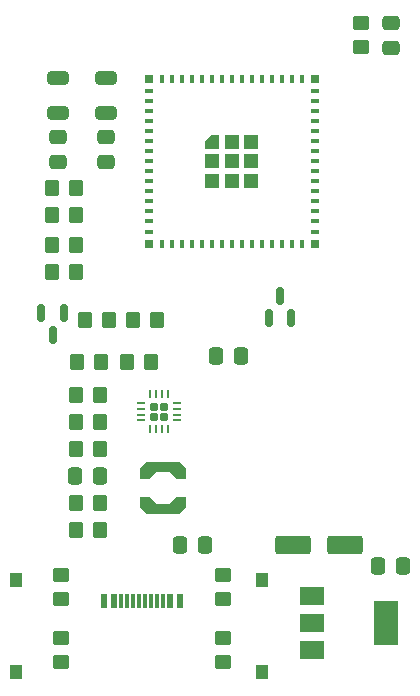
<source format=gbr>
%TF.GenerationSoftware,KiCad,Pcbnew,7.0.1*%
%TF.CreationDate,2023-07-15T13:48:21+02:00*%
%TF.ProjectId,SunSparkESP32,53756e53-7061-4726-9b45-535033322e6b,2.0*%
%TF.SameCoordinates,Original*%
%TF.FileFunction,Paste,Top*%
%TF.FilePolarity,Positive*%
%FSLAX46Y46*%
G04 Gerber Fmt 4.6, Leading zero omitted, Abs format (unit mm)*
G04 Created by KiCad (PCBNEW 7.0.1) date 2023-07-15 13:48:21*
%MOMM*%
%LPD*%
G01*
G04 APERTURE LIST*
G04 Aperture macros list*
%AMRoundRect*
0 Rectangle with rounded corners*
0 $1 Rounding radius*
0 $2 $3 $4 $5 $6 $7 $8 $9 X,Y pos of 4 corners*
0 Add a 4 corners polygon primitive as box body*
4,1,4,$2,$3,$4,$5,$6,$7,$8,$9,$2,$3,0*
0 Add four circle primitives for the rounded corners*
1,1,$1+$1,$2,$3*
1,1,$1+$1,$4,$5*
1,1,$1+$1,$6,$7*
1,1,$1+$1,$8,$9*
0 Add four rect primitives between the rounded corners*
20,1,$1+$1,$2,$3,$4,$5,0*
20,1,$1+$1,$4,$5,$6,$7,0*
20,1,$1+$1,$6,$7,$8,$9,0*
20,1,$1+$1,$8,$9,$2,$3,0*%
%AMFreePoly0*
4,1,11,1.015000,1.170000,0.435000,0.575000,0.435000,-0.575000,1.015000,-1.170000,1.015000,-1.945000,0.125000,-1.945000,-0.435000,-1.395000,-0.435000,1.395000,0.125000,1.945000,1.015000,1.945000,1.015000,1.170000,1.015000,1.170000,$1*%
%AMFreePoly1*
4,1,11,0.435000,1.395000,0.435000,-1.395000,-0.125000,-1.945000,-1.015000,-1.945000,-1.015000,-1.170000,-0.435000,-0.575000,-0.435000,0.575000,-1.015000,1.170000,-1.015000,1.945000,-0.125000,1.945000,0.435000,1.395000,0.435000,1.395000,$1*%
%AMFreePoly2*
4,1,6,0.600000,-0.600000,-0.600000,-0.600000,-0.600000,0.000000,0.000000,0.600000,0.600000,0.600000,0.600000,-0.600000,0.600000,-0.600000,$1*%
G04 Aperture macros list end*
%ADD10RoundRect,0.250000X-0.337500X-0.475000X0.337500X-0.475000X0.337500X0.475000X-0.337500X0.475000X0*%
%ADD11FreePoly0,90.000000*%
%ADD12FreePoly1,90.000000*%
%ADD13RoundRect,0.172500X-0.172500X-0.172500X0.172500X-0.172500X0.172500X0.172500X-0.172500X0.172500X0*%
%ADD14RoundRect,0.062500X-0.312500X-0.062500X0.312500X-0.062500X0.312500X0.062500X-0.312500X0.062500X0*%
%ADD15RoundRect,0.062500X-0.062500X-0.312500X0.062500X-0.312500X0.062500X0.312500X-0.062500X0.312500X0*%
%ADD16RoundRect,0.250000X0.350000X0.450000X-0.350000X0.450000X-0.350000X-0.450000X0.350000X-0.450000X0*%
%ADD17RoundRect,0.250000X0.337500X0.475000X-0.337500X0.475000X-0.337500X-0.475000X0.337500X-0.475000X0*%
%ADD18RoundRect,0.250000X0.450000X-0.350000X0.450000X0.350000X-0.450000X0.350000X-0.450000X-0.350000X0*%
%ADD19RoundRect,0.250000X-0.350000X-0.450000X0.350000X-0.450000X0.350000X0.450000X-0.350000X0.450000X0*%
%ADD20RoundRect,0.250000X1.250000X0.550000X-1.250000X0.550000X-1.250000X-0.550000X1.250000X-0.550000X0*%
%ADD21RoundRect,0.250000X-0.475000X0.337500X-0.475000X-0.337500X0.475000X-0.337500X0.475000X0.337500X0*%
%ADD22R,0.800000X0.400000*%
%ADD23R,0.400000X0.800000*%
%ADD24FreePoly2,0.000000*%
%ADD25R,1.200000X1.200000*%
%ADD26R,0.800000X0.800000*%
%ADD27R,1.000000X1.250000*%
%ADD28R,0.600000X1.150000*%
%ADD29R,0.300000X1.150000*%
%ADD30RoundRect,0.150000X0.150000X-0.587500X0.150000X0.587500X-0.150000X0.587500X-0.150000X-0.587500X0*%
%ADD31RoundRect,0.250000X0.650000X-0.325000X0.650000X0.325000X-0.650000X0.325000X-0.650000X-0.325000X0*%
%ADD32RoundRect,0.150000X-0.150000X0.587500X-0.150000X-0.587500X0.150000X-0.587500X0.150000X0.587500X0*%
%ADD33R,2.000000X1.500000*%
%ADD34R,2.000000X3.800000*%
%ADD35RoundRect,0.250000X0.475000X-0.337500X0.475000X0.337500X-0.475000X0.337500X-0.475000X-0.337500X0*%
G04 APERTURE END LIST*
D10*
%TO.C,C5*%
X69299000Y-85598000D03*
X71374000Y-85598000D03*
%TD*%
D11*
%TO.C,L1*%
X67818000Y-82524000D03*
D12*
X67818000Y-78994000D03*
%TD*%
D13*
%TO.C,U1*%
X67056000Y-73852000D03*
X67056000Y-74702000D03*
X67906000Y-73852000D03*
X67906000Y-74702000D03*
D14*
X65981000Y-73527000D03*
X65981000Y-74027000D03*
X65981000Y-74527000D03*
X65981000Y-75027000D03*
D15*
X66731000Y-75777000D03*
X67231000Y-75777000D03*
X67731000Y-75777000D03*
X68231000Y-75777000D03*
D14*
X68981000Y-75027000D03*
X68981000Y-74527000D03*
X68981000Y-74027000D03*
X68981000Y-73527000D03*
D15*
X68231000Y-72777000D03*
X67731000Y-72777000D03*
X67231000Y-72777000D03*
X66731000Y-72777000D03*
%TD*%
D16*
%TO.C,R18*%
X60420000Y-60198000D03*
X58420000Y-60198000D03*
%TD*%
D17*
%TO.C,C4*%
X88138000Y-87376000D03*
X86063000Y-87376000D03*
%TD*%
D18*
%TO.C,R6*%
X59182000Y-90138000D03*
X59182000Y-88138000D03*
%TD*%
D19*
%TO.C,R12*%
X60484000Y-72898000D03*
X62484000Y-72898000D03*
%TD*%
D20*
%TO.C,C6*%
X83226000Y-85598000D03*
X78826000Y-85598000D03*
%TD*%
D19*
%TO.C,R9*%
X64802000Y-70104000D03*
X66802000Y-70104000D03*
%TD*%
D21*
%TO.C,C8*%
X58928000Y-51054000D03*
X58928000Y-53129000D03*
%TD*%
D19*
%TO.C,R8*%
X60548000Y-70104000D03*
X62548000Y-70104000D03*
%TD*%
D22*
%TO.C,U3*%
X66660000Y-47136000D03*
X66660000Y-47986000D03*
X66660000Y-48836000D03*
X66660000Y-49686000D03*
X66660000Y-50536000D03*
X66660000Y-51386000D03*
X66660000Y-52236000D03*
X66660000Y-53086000D03*
X66660000Y-53936000D03*
X66660000Y-54786000D03*
X66660000Y-55636000D03*
X66660000Y-56486000D03*
X66660000Y-57336000D03*
X66660000Y-58186000D03*
X66660000Y-59036000D03*
D23*
X67710000Y-60086000D03*
X68560000Y-60086000D03*
X69410000Y-60086000D03*
X70260000Y-60086000D03*
X71110000Y-60086000D03*
X71960000Y-60086000D03*
X72810000Y-60086000D03*
X73660000Y-60086000D03*
X74510000Y-60086000D03*
X75360000Y-60086000D03*
X76210000Y-60086000D03*
X77060000Y-60086000D03*
X77910000Y-60086000D03*
X78760000Y-60086000D03*
X79610000Y-60086000D03*
D22*
X80660000Y-59036000D03*
X80660000Y-58186000D03*
X80660000Y-57336000D03*
X80660000Y-56486000D03*
X80660000Y-55636000D03*
X80660000Y-54786000D03*
X80660000Y-53936000D03*
X80660000Y-53086000D03*
X80660000Y-52236000D03*
X80660000Y-51386000D03*
X80660000Y-50536000D03*
X80660000Y-49686000D03*
X80660000Y-48836000D03*
X80660000Y-47986000D03*
X80660000Y-47136000D03*
D23*
X79610000Y-46086000D03*
X78760000Y-46086000D03*
X77910000Y-46086000D03*
X77060000Y-46086000D03*
X76210000Y-46086000D03*
X75360000Y-46086000D03*
X74510000Y-46086000D03*
X73660000Y-46086000D03*
X72810000Y-46086000D03*
X71960000Y-46086000D03*
X71110000Y-46086000D03*
X70260000Y-46086000D03*
X69410000Y-46086000D03*
X68560000Y-46086000D03*
X67710000Y-46086000D03*
D24*
X72010000Y-51436000D03*
D25*
X72010000Y-53086000D03*
X72010000Y-54736000D03*
X73660000Y-51436000D03*
X73660000Y-53086000D03*
X73660000Y-54736000D03*
X75310000Y-51436000D03*
X75310000Y-53086000D03*
X75310000Y-54736000D03*
D26*
X66660000Y-46086000D03*
X66660000Y-60086000D03*
X80660000Y-60086000D03*
X80660000Y-46086000D03*
%TD*%
D27*
%TO.C,SW2*%
X55372000Y-96331000D03*
X55372000Y-88581000D03*
%TD*%
D18*
%TO.C,R15*%
X84582000Y-43402000D03*
X84582000Y-41402000D03*
%TD*%
D28*
%TO.C,J2*%
X62840000Y-90300000D03*
X63640000Y-90300000D03*
D29*
X64790000Y-90300000D03*
X65790000Y-90300000D03*
X66290000Y-90300000D03*
X67290000Y-90300000D03*
D28*
X68440000Y-90300000D03*
X69240000Y-90300000D03*
X69240000Y-90300000D03*
X68440000Y-90300000D03*
D29*
X67790000Y-90300000D03*
X66790000Y-90300000D03*
X65290000Y-90300000D03*
X64290000Y-90300000D03*
D28*
X63640000Y-90300000D03*
X62840000Y-90300000D03*
%TD*%
D19*
%TO.C,R19*%
X58420000Y-62484000D03*
X60420000Y-62484000D03*
%TD*%
D27*
%TO.C,SW1*%
X76200000Y-96331000D03*
X76200000Y-88581000D03*
%TD*%
D18*
%TO.C,R5*%
X59182000Y-95472000D03*
X59182000Y-93472000D03*
%TD*%
%TO.C,R4*%
X72898000Y-95472000D03*
X72898000Y-93472000D03*
%TD*%
D30*
%TO.C,Q1*%
X76774000Y-66391000D03*
X78674000Y-66391000D03*
X77724000Y-64516000D03*
%TD*%
D31*
%TO.C,C9*%
X62992000Y-49022000D03*
X62992000Y-46072000D03*
%TD*%
D16*
%TO.C,R1*%
X62452000Y-84328000D03*
X60452000Y-84328000D03*
%TD*%
D10*
%TO.C,C2*%
X72347000Y-69596000D03*
X74422000Y-69596000D03*
%TD*%
D17*
%TO.C,C1*%
X62484000Y-79756000D03*
X60409000Y-79756000D03*
%TD*%
D19*
%TO.C,R11*%
X65310000Y-66548000D03*
X67310000Y-66548000D03*
%TD*%
%TO.C,R10*%
X61246000Y-66548000D03*
X63246000Y-66548000D03*
%TD*%
D31*
%TO.C,C10*%
X58928000Y-49022000D03*
X58928000Y-46072000D03*
%TD*%
D32*
%TO.C,Q2*%
X59436000Y-65943000D03*
X57536000Y-65943000D03*
X58486000Y-67818000D03*
%TD*%
D18*
%TO.C,R7*%
X72898000Y-90138000D03*
X72898000Y-88138000D03*
%TD*%
D33*
%TO.C,U2*%
X80416000Y-89902000D03*
X80416000Y-92202000D03*
D34*
X86716000Y-92202000D03*
D33*
X80416000Y-94502000D03*
%TD*%
D35*
%TO.C,C11*%
X87122000Y-43477000D03*
X87122000Y-41402000D03*
%TD*%
D16*
%TO.C,R13*%
X62484000Y-75184000D03*
X60484000Y-75184000D03*
%TD*%
%TO.C,R3*%
X62484000Y-77470000D03*
X60484000Y-77470000D03*
%TD*%
%TO.C,R14*%
X60452000Y-55372000D03*
X58452000Y-55372000D03*
%TD*%
%TO.C,R2*%
X62452000Y-82042000D03*
X60452000Y-82042000D03*
%TD*%
%TO.C,R16*%
X60452000Y-57658000D03*
X58452000Y-57658000D03*
%TD*%
D21*
%TO.C,C7*%
X62992000Y-51054000D03*
X62992000Y-53129000D03*
%TD*%
M02*

</source>
